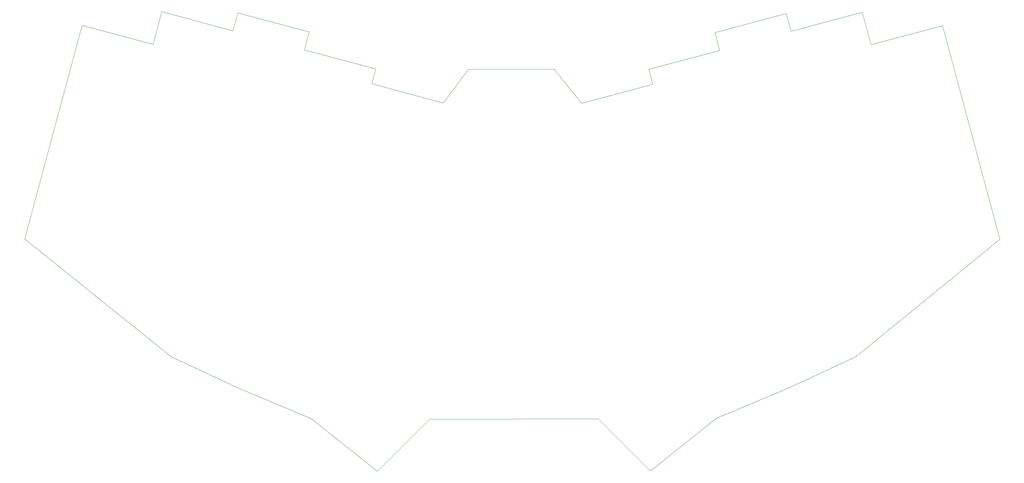
<source format=gm1>
G04 #@! TF.GenerationSoftware,KiCad,Pcbnew,(6.0.4)*
G04 #@! TF.CreationDate,2023-02-24T10:48:44-05:00*
G04 #@! TF.ProjectId,crowboard,63726f77-626f-4617-9264-2e6b69636164,rev?*
G04 #@! TF.SameCoordinates,Original*
G04 #@! TF.FileFunction,Profile,NP*
%FSLAX46Y46*%
G04 Gerber Fmt 4.6, Leading zero omitted, Abs format (unit mm)*
G04 Created by KiCad (PCBNEW (6.0.4)) date 2023-02-24 10:48:44*
%MOMM*%
%LPD*%
G01*
G04 APERTURE LIST*
G04 #@! TA.AperFunction,Profile*
%ADD10C,0.100000*%
G04 #@! TD*
G04 APERTURE END LIST*
D10*
X58875000Y-30025000D02*
X77250000Y-34950000D01*
X171600000Y-135225000D02*
X128000000Y-135325000D01*
X97450000Y-135175000D02*
X78650000Y-127275000D01*
X77250000Y-34950000D02*
X78500000Y-30350000D01*
X201750000Y-35425000D02*
X202975000Y-40025000D01*
X38250000Y-33525000D02*
X56625000Y-38450000D01*
X202125000Y-135075000D02*
X185075000Y-148675000D01*
X239800000Y-30175000D02*
X221400000Y-35075000D01*
X220150000Y-30475000D02*
X201750000Y-35425000D01*
X138050000Y-44875000D02*
X131550000Y-53600000D01*
X114125000Y-44825000D02*
X113100000Y-48650000D01*
X113100000Y-48650000D02*
X131550000Y-53600000D01*
X242050000Y-38575000D02*
X239800000Y-30175000D01*
X23450000Y-88750000D02*
X38250000Y-33525000D01*
X185675000Y-48775000D02*
X167325000Y-53700000D01*
X128000000Y-135325000D02*
X114525000Y-148800000D01*
X260525000Y-33650000D02*
X275300000Y-88850000D01*
X238200000Y-119125000D02*
X220925000Y-127175000D01*
X78650000Y-127275000D02*
X61400000Y-119225000D01*
X56625000Y-38450000D02*
X58875000Y-30025000D01*
X184650000Y-44925000D02*
X185675000Y-48775000D01*
X95675000Y-39900000D02*
X114125000Y-44825000D01*
X114525000Y-148800000D02*
X97450000Y-135175000D01*
X275300000Y-88850000D02*
X238200000Y-119125000D01*
X78500000Y-30350000D02*
X96900000Y-35275000D01*
X220925000Y-127175000D02*
X202125000Y-135075000D01*
X96900000Y-35275000D02*
X95675000Y-39900000D01*
X61400000Y-119225000D02*
X23450000Y-88750000D01*
X185075000Y-148675000D02*
X171600000Y-135225000D01*
X202975000Y-40025000D02*
X184650000Y-44925000D01*
X260525000Y-33650000D02*
X242050000Y-38575000D01*
X221400000Y-35075000D02*
X220150000Y-30475000D01*
X160175000Y-44875000D02*
X138050000Y-44875000D01*
X167325000Y-53700000D02*
X160175000Y-44875000D01*
M02*

</source>
